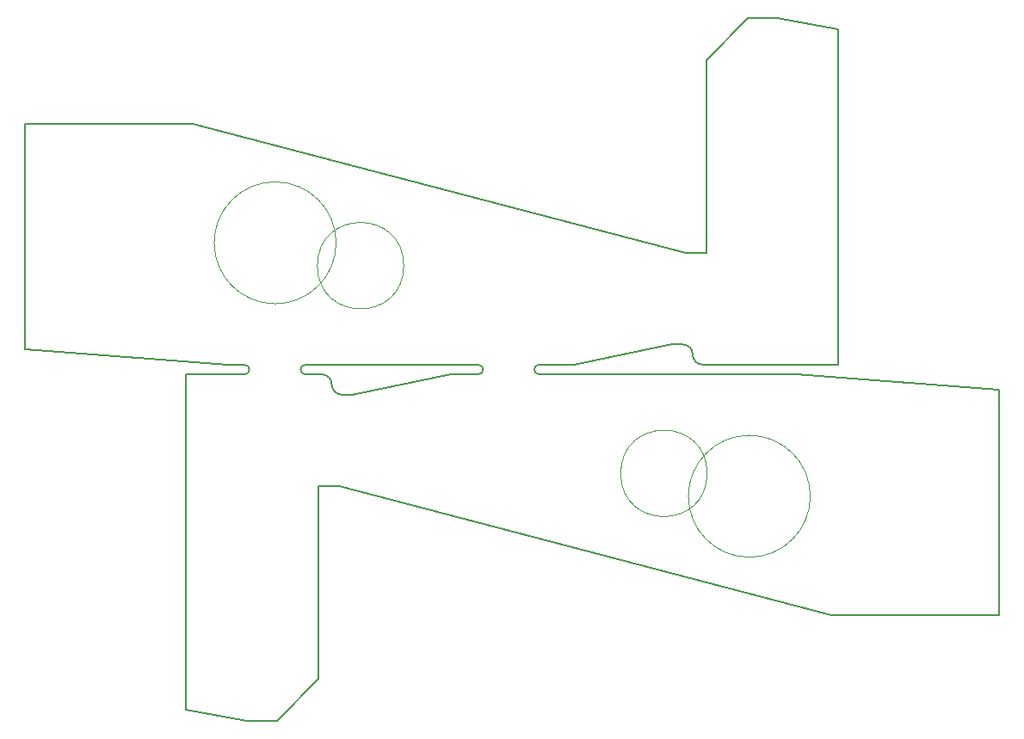
<source format=gbr>
%FSLAX46Y46*%
G04 Gerber Fmt 4.6, Leading zero omitted, Abs format (unit mm)*
G04 Created by KiCad (PCBNEW (2014-jul-16 BZR unknown)-product) date Sat 22 Nov 2014 08:56:03 PM CET*
%MOMM*%
G01*
G04 APERTURE LIST*
%ADD10C,0.150000*%
%ADD11C,0.100000*%
G04 APERTURE END LIST*
D10*
X171000000Y-106034902D02*
X169426902Y-106034902D01*
X178593000Y-106985000D02*
X177000000Y-106985000D01*
X177000000Y-106034902D02*
G75*
G03X177000000Y-106985000I0J-475049D01*
G74*
G01*
X171000000Y-106985000D02*
G75*
G03X171000000Y-106034902I0J475049D01*
G74*
G01*
X194000000Y-106985000D02*
G75*
G03X194000000Y-106034902I0J475049D01*
G74*
G01*
X200000000Y-106034902D02*
G75*
G03X200000000Y-106985000I0J-475049D01*
G74*
G01*
X200000000Y-106985000D02*
X225278000Y-106985000D01*
X203426902Y-106034902D02*
X200000000Y-106034902D01*
X171278000Y-141065000D02*
X174218000Y-141065000D01*
X181598000Y-108995000D02*
X191278000Y-106985000D01*
X245278000Y-108485000D02*
X225278000Y-106985000D01*
X180598000Y-108995000D02*
X181598000Y-108995000D01*
X228748000Y-130685000D02*
X245278000Y-130685000D01*
X174218000Y-141065000D02*
X178278000Y-136985000D01*
X191278000Y-106985000D02*
X194000000Y-106985000D01*
X179598000Y-107985000D02*
G75*
G03X180598000Y-108985000I1000000J0D01*
G74*
G01*
X179598000Y-107985000D02*
G75*
G03X178598000Y-106985000I-1000000J0D01*
G74*
G01*
X180278000Y-117985000D02*
X228748000Y-130685000D01*
X178278000Y-117985000D02*
X180278000Y-117985000D01*
X178278000Y-136985000D02*
X178278000Y-117985000D01*
X165278000Y-139985000D02*
X171278000Y-141065000D01*
X165278000Y-139985000D02*
X165278000Y-106985000D01*
X245278000Y-108485000D02*
X245278000Y-130685000D01*
X165278000Y-106985000D02*
X171000000Y-106985000D01*
X223426902Y-71954902D02*
X220486902Y-71954902D01*
X213106902Y-104024902D02*
X203426902Y-106034902D01*
X149426902Y-104534902D02*
X169426902Y-106034902D01*
X214106902Y-104024902D02*
X213106902Y-104024902D01*
X165956902Y-82334902D02*
X149426902Y-82334902D01*
X220486902Y-71954902D02*
X216426902Y-76034902D01*
X194000000Y-106034902D02*
X177000000Y-106034902D01*
X215106902Y-105034902D02*
G75*
G03X214106902Y-104034902I-1000000J0D01*
G74*
G01*
X215106902Y-105034902D02*
G75*
G03X216106902Y-106034902I1000000J0D01*
G74*
G01*
X214426902Y-95034902D02*
X165956902Y-82334902D01*
X216426902Y-95034902D02*
X214426902Y-95034902D01*
X216426902Y-76034902D02*
X216426902Y-95034902D01*
X229426902Y-73034902D02*
X223426902Y-71954902D01*
X229426902Y-73034902D02*
X229426902Y-106034902D01*
X149426902Y-104534902D02*
X149426902Y-82334902D01*
X229426902Y-106034902D02*
X216106902Y-106034902D01*
D11*
X216526445Y-116730086D02*
G75*
G03X216526445Y-116730086I-4250000J0D01*
G74*
G01*
X226680000Y-118981811D02*
G75*
G03X226680000Y-118981811I-6000000J0D01*
G74*
G01*
X186678457Y-96289816D02*
G75*
G03X186678457Y-96289816I-4250000J0D01*
G74*
G01*
X180024902Y-94038091D02*
G75*
G03X180024902Y-94038091I-6000000J0D01*
G74*
G01*
M02*

</source>
